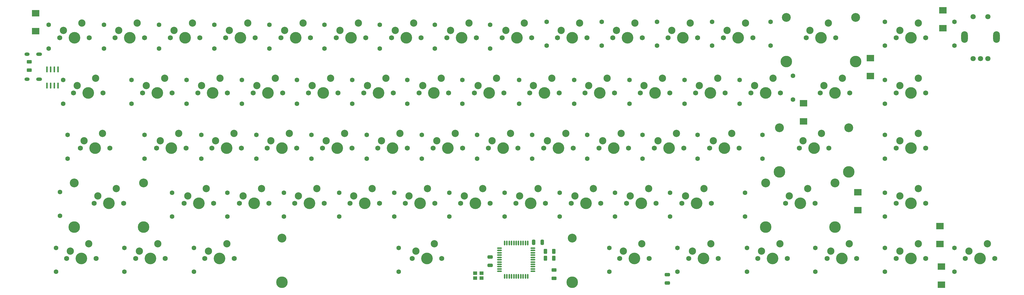
<source format=gbr>
%TF.GenerationSoftware,KiCad,Pcbnew,9.0.2*%
%TF.CreationDate,2025-07-03T22:06:11+05:30*%
%TF.ProjectId,KeeBoard,4b656542-6f61-4726-942e-6b696361645f,rev?*%
%TF.SameCoordinates,Original*%
%TF.FileFunction,Soldermask,Bot*%
%TF.FilePolarity,Negative*%
%FSLAX46Y46*%
G04 Gerber Fmt 4.6, Leading zero omitted, Abs format (unit mm)*
G04 Created by KiCad (PCBNEW 9.0.2) date 2025-07-03 22:06:11*
%MOMM*%
%LPD*%
G01*
G04 APERTURE LIST*
G04 Aperture macros list*
%AMRoundRect*
0 Rectangle with rounded corners*
0 $1 Rounding radius*
0 $2 $3 $4 $5 $6 $7 $8 $9 X,Y pos of 4 corners*
0 Add a 4 corners polygon primitive as box body*
4,1,4,$2,$3,$4,$5,$6,$7,$8,$9,$2,$3,0*
0 Add four circle primitives for the rounded corners*
1,1,$1+$1,$2,$3*
1,1,$1+$1,$4,$5*
1,1,$1+$1,$6,$7*
1,1,$1+$1,$8,$9*
0 Add four rect primitives between the rounded corners*
20,1,$1+$1,$2,$3,$4,$5,0*
20,1,$1+$1,$4,$5,$6,$7,0*
20,1,$1+$1,$6,$7,$8,$9,0*
20,1,$1+$1,$8,$9,$2,$3,0*%
G04 Aperture macros list end*
%ADD10C,1.600000*%
%ADD11C,1.750000*%
%ADD12C,4.000000*%
%ADD13C,2.500000*%
%ADD14C,3.048000*%
%ADD15C,3.987800*%
%ADD16O,2.300000X4.000000*%
%ADD17C,1.800000*%
%ADD18O,2.000000X1.200000*%
%ADD19O,1.800000X1.200000*%
%ADD20O,0.588000X2.045000*%
%ADD21R,2.500000X2.300000*%
%ADD22RoundRect,0.250000X-0.625000X0.312500X-0.625000X-0.312500X0.625000X-0.312500X0.625000X0.312500X0*%
%ADD23RoundRect,0.250000X-0.325000X-0.650000X0.325000X-0.650000X0.325000X0.650000X-0.325000X0.650000X0*%
%ADD24RoundRect,0.250000X0.650000X-0.325000X0.650000X0.325000X-0.650000X0.325000X-0.650000X-0.325000X0*%
%ADD25O,1.684000X0.448000*%
%ADD26O,0.448000X1.684000*%
%ADD27R,1.400000X1.200000*%
%ADD28RoundRect,0.250000X0.312500X0.625000X-0.312500X0.625000X-0.312500X-0.625000X0.312500X-0.625000X0*%
%ADD29RoundRect,0.250000X-0.650000X0.325000X-0.650000X-0.325000X0.650000X-0.325000X0.650000X0.325000X0*%
G04 APERTURE END LIST*
D10*
%TO.C,D30*%
X312500000Y-56100000D03*
X312500000Y-47900000D03*
%TD*%
D11*
%TO.C,SW44*%
X252095000Y-71437500D03*
D12*
X257175000Y-71437500D03*
D11*
X262255000Y-71437500D03*
D13*
X253365000Y-68897500D03*
X259715000Y-66357500D03*
%TD*%
D11*
%TO.C,SW37*%
X118745000Y-71437500D03*
D12*
X123825000Y-71437500D03*
D11*
X128905000Y-71437500D03*
D13*
X120015000Y-68897500D03*
X126365000Y-66357500D03*
%TD*%
D10*
%TO.C,D44*%
X312500000Y-75100000D03*
X312500000Y-66900000D03*
%TD*%
%TO.C,D24*%
X186500000Y-56100000D03*
X186500000Y-47900000D03*
%TD*%
%TO.C,D28*%
X262500000Y-56100000D03*
X262500000Y-47900000D03*
%TD*%
%TO.C,D42*%
X248000000Y-75100000D03*
X248000000Y-66900000D03*
%TD*%
%TO.C,D51*%
X162500000Y-95100000D03*
X162500000Y-86900000D03*
%TD*%
%TO.C,D14*%
X273100000Y-36100000D03*
X273100000Y-27900000D03*
%TD*%
%TO.C,D63*%
X241000000Y-114100000D03*
X241000000Y-105900000D03*
%TD*%
%TO.C,D48*%
X105500000Y-95100000D03*
X105500000Y-86900000D03*
%TD*%
%TO.C,D43*%
X270300000Y-75100000D03*
X270300000Y-66900000D03*
%TD*%
D11*
%TO.C,SW67*%
X292576250Y-109537500D03*
D12*
X297656250Y-109537500D03*
D11*
X302736250Y-109537500D03*
D13*
X293846250Y-106997500D03*
X300196250Y-104457500D03*
%TD*%
D11*
%TO.C,SW52*%
X147320000Y-90487500D03*
D12*
X152400000Y-90487500D03*
D11*
X157480000Y-90487500D03*
D13*
X148590000Y-87947500D03*
X154940000Y-85407500D03*
%TD*%
D11*
%TO.C,SW40*%
X175895000Y-71437500D03*
D12*
X180975000Y-71437500D03*
D11*
X186055000Y-71437500D03*
D13*
X177165000Y-68897500D03*
X183515000Y-66357500D03*
%TD*%
D10*
%TO.C,D15*%
X312500000Y-36100000D03*
X312500000Y-27900000D03*
%TD*%
D11*
%TO.C,SW4*%
X47307500Y-33337500D03*
D12*
X52387500Y-33337500D03*
D11*
X57467500Y-33337500D03*
D13*
X48577500Y-30797500D03*
X54927500Y-28257500D03*
%TD*%
D10*
%TO.C,D20*%
X110000000Y-56100000D03*
X110000000Y-47900000D03*
%TD*%
D11*
%TO.C,SW39*%
X156845000Y-71437500D03*
D12*
X161925000Y-71437500D03*
D11*
X167005000Y-71437500D03*
D13*
X158115000Y-68897500D03*
X164465000Y-66357500D03*
%TD*%
D11*
%TO.C,SW43*%
X233045000Y-71437500D03*
D12*
X238125000Y-71437500D03*
D11*
X243205000Y-71437500D03*
D13*
X234315000Y-68897500D03*
X240665000Y-66357500D03*
%TD*%
D10*
%TO.C,D47*%
X86000000Y-95100000D03*
X86000000Y-86900000D03*
%TD*%
D11*
%TO.C,SW38*%
X137795000Y-71437500D03*
D12*
X142875000Y-71437500D03*
D11*
X147955000Y-71437500D03*
D13*
X139065000Y-68897500D03*
X145415000Y-66357500D03*
%TD*%
D10*
%TO.C,D19*%
X91000000Y-56100000D03*
X91000000Y-47900000D03*
%TD*%
%TO.C,D11*%
X215000000Y-36100000D03*
X215000000Y-27900000D03*
%TD*%
%TO.C,D35*%
X115000000Y-75100000D03*
X115000000Y-66900000D03*
%TD*%
%TO.C,D38*%
X172000000Y-75100000D03*
X172000000Y-66900000D03*
%TD*%
%TO.C,D61*%
X145000000Y-114100000D03*
X145000000Y-105900000D03*
%TD*%
D11*
%TO.C,SW8*%
X123507500Y-33337500D03*
D12*
X128587500Y-33337500D03*
D11*
X133667500Y-33337500D03*
D13*
X124777500Y-30797500D03*
X131127500Y-28257500D03*
%TD*%
D11*
%TO.C,SW30*%
X266382500Y-52387500D03*
D12*
X271462500Y-52387500D03*
D11*
X276542500Y-52387500D03*
D13*
X267652500Y-49847500D03*
X274002500Y-47307500D03*
%TD*%
D10*
%TO.C,D22*%
X148000000Y-56100000D03*
X148000000Y-47900000D03*
%TD*%
%TO.C,D55*%
X238500000Y-95100000D03*
X238500000Y-86900000D03*
%TD*%
%TO.C,D27*%
X243500000Y-56100000D03*
X243500000Y-47900000D03*
%TD*%
D11*
%TO.C,SW46*%
X316388750Y-71437500D03*
D12*
X321468750Y-71437500D03*
D11*
X326548750Y-71437500D03*
D13*
X317658750Y-68897500D03*
X324008750Y-66357500D03*
%TD*%
D11*
%TO.C,SW49*%
X90170000Y-90487500D03*
D12*
X95250000Y-90487500D03*
D11*
X100330000Y-90487500D03*
D13*
X91440000Y-87947500D03*
X97790000Y-85407500D03*
%TD*%
D10*
%TO.C,D7*%
X138500000Y-37100000D03*
X138500000Y-28900000D03*
%TD*%
%TO.C,D5*%
X100500000Y-37100000D03*
X100500000Y-28900000D03*
%TD*%
D11*
%TO.C,SW59*%
X316388750Y-90487500D03*
D12*
X321468750Y-90487500D03*
D11*
X326548750Y-90487500D03*
D13*
X317658750Y-87947500D03*
X324008750Y-85407500D03*
%TD*%
D11*
%TO.C,SW48*%
X71120000Y-90487500D03*
D12*
X76200000Y-90487500D03*
D11*
X81280000Y-90487500D03*
D13*
X72390000Y-87947500D03*
X78740000Y-85407500D03*
%TD*%
D11*
%TO.C,SW25*%
X171132500Y-52387500D03*
D12*
X176212500Y-52387500D03*
D11*
X181292500Y-52387500D03*
D13*
X172402500Y-49847500D03*
X178752500Y-47307500D03*
%TD*%
D11*
%TO.C,SW33*%
X35401250Y-71437500D03*
D12*
X40481250Y-71437500D03*
D11*
X45561250Y-71437500D03*
D13*
X36671250Y-68897500D03*
X43021250Y-66357500D03*
%TD*%
D10*
%TO.C,D52*%
X181500000Y-95100000D03*
X181500000Y-86900000D03*
%TD*%
D11*
%TO.C,SW60*%
X30638750Y-109537500D03*
D12*
X35718750Y-109537500D03*
D11*
X40798750Y-109537500D03*
D13*
X31908750Y-106997500D03*
X38258750Y-104457500D03*
%TD*%
D11*
%TO.C,SW66*%
X268763750Y-109537500D03*
D12*
X273843750Y-109537500D03*
D11*
X278923750Y-109537500D03*
D13*
X270033750Y-106997500D03*
X276383750Y-104457500D03*
%TD*%
D14*
%TO.C,REF\u002A\u002A*%
X104781250Y-102552500D03*
D15*
X104781250Y-117762500D03*
D14*
X204781250Y-102552500D03*
D15*
X204781250Y-117762500D03*
%TD*%
D10*
%TO.C,D53*%
X200500000Y-95100000D03*
X200500000Y-86900000D03*
%TD*%
%TO.C,D23*%
X167000000Y-56100000D03*
X167000000Y-47900000D03*
%TD*%
D11*
%TO.C,SW5*%
X66357500Y-33337500D03*
D12*
X71437500Y-33337500D03*
D11*
X76517500Y-33337500D03*
D13*
X67627500Y-30797500D03*
X73977500Y-28257500D03*
%TD*%
D10*
%TO.C,D25*%
X205500000Y-56100000D03*
X205500000Y-47900000D03*
%TD*%
%TO.C,D2*%
X43500000Y-37100000D03*
X43500000Y-28900000D03*
%TD*%
%TO.C,D29*%
X280800000Y-54700000D03*
X280800000Y-46500000D03*
%TD*%
D11*
%TO.C,SW13*%
X218757500Y-33337500D03*
D12*
X223837500Y-33337500D03*
D11*
X228917500Y-33337500D03*
D13*
X220027500Y-30797500D03*
X226377500Y-28257500D03*
%TD*%
D10*
%TO.C,D41*%
X229000000Y-75100000D03*
X229000000Y-66900000D03*
%TD*%
D11*
%TO.C,SW57*%
X242570000Y-90487500D03*
D12*
X247650000Y-90487500D03*
D11*
X252730000Y-90487500D03*
D13*
X243840000Y-87947500D03*
X250190000Y-85407500D03*
%TD*%
D11*
%TO.C,SW21*%
X94932500Y-52387500D03*
D12*
X100012500Y-52387500D03*
D11*
X105092500Y-52387500D03*
D13*
X96202500Y-49847500D03*
X102552500Y-47307500D03*
%TD*%
D11*
%TO.C,SW56*%
X223520000Y-90487500D03*
D12*
X228600000Y-90487500D03*
D11*
X233680000Y-90487500D03*
D13*
X224790000Y-87947500D03*
X231140000Y-85407500D03*
%TD*%
D11*
%TO.C,SW36*%
X99695000Y-71437500D03*
D12*
X104775000Y-71437500D03*
D11*
X109855000Y-71437500D03*
D13*
X100965000Y-68897500D03*
X107315000Y-66357500D03*
%TD*%
D10*
%TO.C,D56*%
X264318750Y-95100000D03*
X264318750Y-86900000D03*
%TD*%
%TO.C,D17*%
X53000000Y-56100000D03*
X53000000Y-47900000D03*
%TD*%
D11*
%TO.C,SW55*%
X204470000Y-90487500D03*
D12*
X209550000Y-90487500D03*
D11*
X214630000Y-90487500D03*
D13*
X205740000Y-87947500D03*
X212090000Y-85407500D03*
%TD*%
D10*
%TO.C,D49*%
X124500000Y-95100000D03*
X124500000Y-86900000D03*
%TD*%
D11*
%TO.C,SW63*%
X149701250Y-109537500D03*
D12*
X154781250Y-109537500D03*
D11*
X159861250Y-109537500D03*
D13*
X150971250Y-106997500D03*
X157321250Y-104457500D03*
%TD*%
D14*
%TO.C,REF\u002A\u002A*%
X33305750Y-83502500D03*
D15*
X33305750Y-98712500D03*
D14*
X57181750Y-83502500D03*
D15*
X57181750Y-98712500D03*
%TD*%
D10*
%TO.C,D9*%
X176500000Y-37100000D03*
X176500000Y-28900000D03*
%TD*%
%TO.C,D64*%
X265000000Y-114100000D03*
X265000000Y-105900000D03*
%TD*%
%TO.C,D62*%
X217600000Y-114100000D03*
X217600000Y-105900000D03*
%TD*%
D11*
%TO.C,SW62*%
X78263750Y-109537500D03*
D12*
X83343750Y-109537500D03*
D11*
X88423750Y-109537500D03*
D13*
X79533750Y-106997500D03*
X85883750Y-104457500D03*
%TD*%
D11*
%TO.C,SW65*%
X244951250Y-109537500D03*
D12*
X250031250Y-109537500D03*
D11*
X255111250Y-109537500D03*
D13*
X246221250Y-106997500D03*
X252571250Y-104457500D03*
%TD*%
D11*
%TO.C,SW14*%
X237807500Y-33337500D03*
D12*
X242887500Y-33337500D03*
D11*
X247967500Y-33337500D03*
D13*
X239077500Y-30797500D03*
X245427500Y-28257500D03*
%TD*%
D11*
%TO.C,SW27*%
X209232500Y-52387500D03*
D12*
X214312500Y-52387500D03*
D11*
X219392500Y-52387500D03*
D13*
X210502500Y-49847500D03*
X216852500Y-47307500D03*
%TD*%
D11*
%TO.C,SW3*%
X28257500Y-33337500D03*
D12*
X33337500Y-33337500D03*
D11*
X38417500Y-33337500D03*
D13*
X29527500Y-30797500D03*
X35877500Y-28257500D03*
%TD*%
D11*
%TO.C,SW35*%
X80645000Y-71437500D03*
D12*
X85725000Y-71437500D03*
D11*
X90805000Y-71437500D03*
D13*
X81915000Y-68897500D03*
X88265000Y-66357500D03*
%TD*%
D11*
%TO.C,SW9*%
X142557500Y-33337500D03*
D12*
X147637500Y-33337500D03*
D11*
X152717500Y-33337500D03*
D13*
X143827500Y-30797500D03*
X150177500Y-28257500D03*
%TD*%
D11*
%TO.C,SW29*%
X247332500Y-52387500D03*
D12*
X252412500Y-52387500D03*
D11*
X257492500Y-52387500D03*
D13*
X248602500Y-49847500D03*
X254952500Y-47307500D03*
%TD*%
D10*
%TO.C,D68*%
X336500000Y-36100000D03*
X336500000Y-27900000D03*
%TD*%
D11*
%TO.C,SW50*%
X109220000Y-90487500D03*
D12*
X114300000Y-90487500D03*
D11*
X119380000Y-90487500D03*
D13*
X110490000Y-87947500D03*
X116840000Y-85407500D03*
%TD*%
D10*
%TO.C,D6*%
X119500000Y-37100000D03*
X119500000Y-28900000D03*
%TD*%
%TO.C,D60*%
X74500000Y-114100000D03*
X74500000Y-105900000D03*
%TD*%
D11*
%TO.C,SW23*%
X133032500Y-52387500D03*
D12*
X138112500Y-52387500D03*
D11*
X143192500Y-52387500D03*
D13*
X134302500Y-49847500D03*
X140652500Y-47307500D03*
%TD*%
D16*
%TO.C,Rot_Encoder_1*%
X350919000Y-33087500D03*
X339919000Y-33087500D03*
D17*
X342879000Y-40587500D03*
X347959000Y-40587500D03*
X345419000Y-40587500D03*
X342879000Y-26087500D03*
X347959000Y-26087500D03*
%TD*%
D10*
%TO.C,D21*%
X129000000Y-56100000D03*
X129000000Y-47900000D03*
%TD*%
D11*
%TO.C,SW53*%
X166370000Y-90487500D03*
D12*
X171450000Y-90487500D03*
D11*
X176530000Y-90487500D03*
D13*
X167640000Y-87947500D03*
X173990000Y-85407500D03*
%TD*%
D11*
%TO.C,SW26*%
X190182500Y-52387500D03*
D12*
X195262500Y-52387500D03*
D11*
X200342500Y-52387500D03*
D13*
X191452500Y-49847500D03*
X197802500Y-47307500D03*
%TD*%
D10*
%TO.C,D32*%
X57500000Y-75100000D03*
X57500000Y-66900000D03*
%TD*%
%TO.C,D59*%
X50500000Y-114100000D03*
X50500000Y-105900000D03*
%TD*%
D11*
%TO.C,SW11*%
X180657500Y-33337500D03*
D12*
X185737500Y-33337500D03*
D11*
X190817500Y-33337500D03*
D13*
X181927500Y-30797500D03*
X188277500Y-28257500D03*
%TD*%
D11*
%TO.C,SW64*%
X221138750Y-109537500D03*
D12*
X226218750Y-109537500D03*
D11*
X231298750Y-109537500D03*
D13*
X222408750Y-106997500D03*
X228758750Y-104457500D03*
%TD*%
D10*
%TO.C,D34*%
X96000000Y-75100000D03*
X96000000Y-66900000D03*
%TD*%
D11*
%TO.C,SW24*%
X152082500Y-52387500D03*
D12*
X157162500Y-52387500D03*
D11*
X162242500Y-52387500D03*
D13*
X153352500Y-49847500D03*
X159702500Y-47307500D03*
%TD*%
D11*
%TO.C,SW17*%
X316388750Y-33337500D03*
D12*
X321468750Y-33337500D03*
D11*
X326548750Y-33337500D03*
D13*
X317658750Y-30797500D03*
X324008750Y-28257500D03*
%TD*%
D10*
%TO.C,D12*%
X234000000Y-36100000D03*
X234000000Y-27900000D03*
%TD*%
D11*
%TO.C,SW54*%
X185420000Y-90487500D03*
D12*
X190500000Y-90487500D03*
D11*
X195580000Y-90487500D03*
D13*
X186690000Y-87947500D03*
X193040000Y-85407500D03*
%TD*%
D10*
%TO.C,D31*%
X31000000Y-75100000D03*
X31000000Y-66900000D03*
%TD*%
%TO.C,D45*%
X28400000Y-94800000D03*
X28400000Y-86600000D03*
%TD*%
%TO.C,D50*%
X143500000Y-95100000D03*
X143500000Y-86900000D03*
%TD*%
%TO.C,D58*%
X27000000Y-114100000D03*
X27000000Y-105900000D03*
%TD*%
%TO.C,D4*%
X81500000Y-37100000D03*
X81500000Y-28900000D03*
%TD*%
D11*
%TO.C,SW15*%
X256857500Y-33337500D03*
D12*
X261937500Y-33337500D03*
D11*
X267017500Y-33337500D03*
D13*
X258127500Y-30797500D03*
X264477500Y-28257500D03*
%TD*%
D11*
%TO.C,SW61*%
X54451250Y-109537500D03*
D12*
X59531250Y-109537500D03*
D11*
X64611250Y-109537500D03*
D13*
X55721250Y-106997500D03*
X62071250Y-104457500D03*
%TD*%
D11*
%TO.C,SW12*%
X199707500Y-33337500D03*
D12*
X204787500Y-33337500D03*
D11*
X209867500Y-33337500D03*
D13*
X200977500Y-30797500D03*
X207327500Y-28257500D03*
%TD*%
D11*
%TO.C,SW32*%
X316388750Y-52387500D03*
D12*
X321468750Y-52387500D03*
D11*
X326548750Y-52387500D03*
D13*
X317658750Y-49847500D03*
X324008750Y-47307500D03*
%TD*%
D11*
%TO.C,SW19*%
X56832500Y-52387500D03*
D12*
X61912500Y-52387500D03*
D11*
X66992500Y-52387500D03*
D13*
X58102500Y-49847500D03*
X64452500Y-47307500D03*
%TD*%
D11*
%TO.C,SW41*%
X194945000Y-71437500D03*
D12*
X200025000Y-71437500D03*
D11*
X205105000Y-71437500D03*
D13*
X196215000Y-68897500D03*
X202565000Y-66357500D03*
%TD*%
D11*
%TO.C,SW16*%
X285432500Y-33337500D03*
D12*
X290512500Y-33337500D03*
D11*
X295592500Y-33337500D03*
D13*
X286702500Y-30797500D03*
X293052500Y-28257500D03*
%TD*%
D10*
%TO.C,D1*%
X24500000Y-37100000D03*
X24500000Y-28900000D03*
%TD*%
D11*
%TO.C,SW10*%
X161607500Y-33337500D03*
D12*
X166687500Y-33337500D03*
D11*
X171767500Y-33337500D03*
D13*
X162877500Y-30797500D03*
X169227500Y-28257500D03*
%TD*%
D10*
%TO.C,D13*%
X253000000Y-36100000D03*
X253000000Y-27900000D03*
%TD*%
%TO.C,D10*%
X196000000Y-36100000D03*
X196000000Y-27900000D03*
%TD*%
D11*
%TO.C,SW20*%
X75882500Y-52387500D03*
D12*
X80962500Y-52387500D03*
D11*
X86042500Y-52387500D03*
D13*
X77152500Y-49847500D03*
X83502500Y-47307500D03*
%TD*%
D10*
%TO.C,D65*%
X288500000Y-114100000D03*
X288500000Y-105900000D03*
%TD*%
D11*
%TO.C,SW68*%
X316388750Y-109537500D03*
D12*
X321468750Y-109537500D03*
D11*
X326548750Y-109537500D03*
D13*
X317658750Y-106997500D03*
X324008750Y-104457500D03*
%TD*%
D11*
%TO.C,SW47*%
X40163750Y-90487500D03*
D12*
X45243750Y-90487500D03*
D11*
X50323750Y-90487500D03*
D13*
X41433750Y-87947500D03*
X47783750Y-85407500D03*
%TD*%
D10*
%TO.C,D18*%
X72000000Y-56100000D03*
X72000000Y-47900000D03*
%TD*%
%TO.C,D16*%
X29500000Y-56100000D03*
X29500000Y-47900000D03*
%TD*%
%TO.C,D26*%
X224500000Y-56100000D03*
X224500000Y-47900000D03*
%TD*%
D14*
%TO.C,REF\u002A\u002A*%
X271430750Y-83502500D03*
D15*
X271430750Y-98712500D03*
D14*
X295306750Y-83502500D03*
D15*
X295306750Y-98712500D03*
%TD*%
D11*
%TO.C,SW42*%
X213995000Y-71437500D03*
D12*
X219075000Y-71437500D03*
D11*
X224155000Y-71437500D03*
D13*
X215265000Y-68897500D03*
X221615000Y-66357500D03*
%TD*%
D11*
%TO.C,SW28*%
X228282500Y-52387500D03*
D12*
X233362500Y-52387500D03*
D11*
X238442500Y-52387500D03*
D13*
X229552500Y-49847500D03*
X235902500Y-47307500D03*
%TD*%
D14*
%TO.C,REF\u002A\u002A*%
X276193250Y-64452500D03*
D15*
X276193250Y-79662500D03*
D14*
X300069250Y-64452500D03*
D15*
X300069250Y-79662500D03*
%TD*%
D10*
%TO.C,D3*%
X62500000Y-37100000D03*
X62500000Y-28900000D03*
%TD*%
%TO.C,D66*%
X312500000Y-114100000D03*
X312500000Y-105900000D03*
%TD*%
D18*
%TO.C,J1*%
X21180000Y-39000000D03*
X21180000Y-47650000D03*
D19*
X17000000Y-47650000D03*
X17000000Y-39000000D03*
%TD*%
D11*
%TO.C,SW34*%
X61595000Y-71437500D03*
D12*
X66675000Y-71437500D03*
D11*
X71755000Y-71437500D03*
D13*
X62865000Y-68897500D03*
X69215000Y-66357500D03*
%TD*%
D11*
%TO.C,SW18*%
X33020000Y-52387500D03*
D12*
X38100000Y-52387500D03*
D11*
X43180000Y-52387500D03*
D13*
X34290000Y-49847500D03*
X40640000Y-47307500D03*
%TD*%
D10*
%TO.C,D40*%
X210000000Y-75100000D03*
X210000000Y-66900000D03*
%TD*%
%TO.C,D67*%
X336500000Y-114100000D03*
X336500000Y-105900000D03*
%TD*%
%TO.C,D39*%
X191000000Y-75100000D03*
X191000000Y-66900000D03*
%TD*%
D11*
%TO.C,SW31*%
X290195000Y-52387500D03*
D12*
X295275000Y-52387500D03*
D11*
X300355000Y-52387500D03*
D13*
X291465000Y-49847500D03*
X297815000Y-47307500D03*
%TD*%
D11*
%TO.C,SW45*%
X283051250Y-71437500D03*
D12*
X288131250Y-71437500D03*
D11*
X293211250Y-71437500D03*
D13*
X284321250Y-68897500D03*
X290671250Y-66357500D03*
%TD*%
D10*
%TO.C,D57*%
X312500000Y-95100000D03*
X312500000Y-86900000D03*
%TD*%
D11*
%TO.C,SW58*%
X278288750Y-90487500D03*
D12*
X283368750Y-90487500D03*
D11*
X288448750Y-90487500D03*
D13*
X279558750Y-87947500D03*
X285908750Y-85407500D03*
%TD*%
D10*
%TO.C,D37*%
X153000000Y-75100000D03*
X153000000Y-66900000D03*
%TD*%
%TO.C,D46*%
X67000000Y-95100000D03*
X67000000Y-86900000D03*
%TD*%
D11*
%TO.C,SW6*%
X85407500Y-33337500D03*
D12*
X90487500Y-33337500D03*
D11*
X95567500Y-33337500D03*
D13*
X86677500Y-30797500D03*
X93027500Y-28257500D03*
%TD*%
D10*
%TO.C,D33*%
X77000000Y-75100000D03*
X77000000Y-66900000D03*
%TD*%
%TO.C,D8*%
X157500000Y-37100000D03*
X157500000Y-28900000D03*
%TD*%
D11*
%TO.C,SW22*%
X113982500Y-52387500D03*
D12*
X119062500Y-52387500D03*
D11*
X124142500Y-52387500D03*
D13*
X115252500Y-49847500D03*
X121602500Y-47307500D03*
%TD*%
D11*
%TO.C,SW69*%
X340201250Y-109537500D03*
D12*
X345281250Y-109537500D03*
D11*
X350361250Y-109537500D03*
D13*
X341471250Y-106997500D03*
X347821250Y-104457500D03*
%TD*%
D14*
%TO.C,REF\u002A\u002A*%
X278574500Y-26352500D03*
D15*
X278574500Y-41562500D03*
D14*
X302450500Y-26352500D03*
D15*
X302450500Y-41562500D03*
%TD*%
D11*
%TO.C,SW7*%
X104457500Y-33337500D03*
D12*
X109537500Y-33337500D03*
D11*
X114617500Y-33337500D03*
D13*
X105727500Y-30797500D03*
X112077500Y-28257500D03*
%TD*%
D11*
%TO.C,SW51*%
X128270000Y-90487500D03*
D12*
X133350000Y-90487500D03*
D11*
X138430000Y-90487500D03*
D13*
X129540000Y-87947500D03*
X135890000Y-85407500D03*
%TD*%
D10*
%TO.C,D36*%
X134000000Y-75100000D03*
X134000000Y-66900000D03*
%TD*%
%TO.C,D54*%
X219500000Y-95100000D03*
X219500000Y-86900000D03*
%TD*%
D20*
%TO.C,U3*%
X27705000Y-49872500D03*
X26435000Y-49872500D03*
X25165000Y-49872500D03*
X23895000Y-49872500D03*
X23895000Y-44327500D03*
X25165000Y-44327500D03*
X26435000Y-44327500D03*
X27705000Y-44327500D03*
%TD*%
D21*
%TO.C,Main_c6*%
X331500000Y-104600000D03*
X331500000Y-98400000D03*
%TD*%
%TO.C,Main_c4*%
X284500000Y-62200000D03*
X284500000Y-56000000D03*
%TD*%
D22*
%TO.C,5.1K_R2*%
X17800000Y-41637500D03*
X17800000Y-44562500D03*
%TD*%
D23*
%TO.C,C16*%
X191525000Y-104000000D03*
X194475000Y-104000000D03*
%TD*%
D22*
%TO.C,R1*%
X198500000Y-113537500D03*
X198500000Y-116462500D03*
%TD*%
D24*
%TO.C,C20*%
X237600000Y-118075000D03*
X237600000Y-115125000D03*
%TD*%
D25*
%TO.C,U2*%
X191242000Y-106000000D03*
X191242000Y-106800000D03*
X191242000Y-107600000D03*
X191242000Y-108400000D03*
X191242000Y-109200000D03*
X191242000Y-110000000D03*
X191242000Y-110800000D03*
X191242000Y-111600000D03*
X191242000Y-112400000D03*
X191242000Y-113200000D03*
X191242000Y-114000000D03*
D26*
X189500000Y-115742000D03*
X188700000Y-115742000D03*
X187900000Y-115742000D03*
X187100000Y-115742000D03*
X186300000Y-115742000D03*
X185500000Y-115742000D03*
X184700000Y-115742000D03*
X183900000Y-115742000D03*
X183100000Y-115742000D03*
X182300000Y-115742000D03*
X181500000Y-115742000D03*
D25*
X179758000Y-114000000D03*
X179758000Y-113200000D03*
X179758000Y-112400000D03*
X179758000Y-111600000D03*
X179758000Y-110800000D03*
X179758000Y-110000000D03*
X179758000Y-109200000D03*
X179758000Y-108400000D03*
X179758000Y-107600000D03*
X179758000Y-106800000D03*
X179758000Y-106000000D03*
D26*
X181500000Y-104258000D03*
X182300000Y-104258000D03*
X183100000Y-104258000D03*
X183900000Y-104258000D03*
X184700000Y-104258000D03*
X185500000Y-104258000D03*
X186300000Y-104258000D03*
X187100000Y-104258000D03*
X187900000Y-104258000D03*
X188700000Y-104258000D03*
X189500000Y-104258000D03*
%TD*%
D21*
%TO.C,Main_c3*%
X307500000Y-46600000D03*
X307500000Y-40400000D03*
%TD*%
D27*
%TO.C,X1*%
X171400000Y-114650000D03*
X173600000Y-114650000D03*
X173600000Y-116350000D03*
X171400000Y-116350000D03*
%TD*%
D21*
%TO.C,Main_c5*%
X303200000Y-92900000D03*
X303200000Y-86700000D03*
%TD*%
%TO.C,Main_c7*%
X332000000Y-118600000D03*
X332000000Y-112400000D03*
%TD*%
D28*
%TO.C,R2*%
X198462500Y-109500000D03*
X195537500Y-109500000D03*
%TD*%
D21*
%TO.C,Main_c2*%
X332500000Y-30100000D03*
X332500000Y-23900000D03*
%TD*%
D28*
%TO.C,R3*%
X198462500Y-107100000D03*
X195537500Y-107100000D03*
%TD*%
D29*
%TO.C,C18*%
X176500000Y-109025000D03*
X176500000Y-111975000D03*
%TD*%
D21*
%TO.C,Main_C1*%
X20000000Y-31100000D03*
X20000000Y-24900000D03*
%TD*%
M02*

</source>
